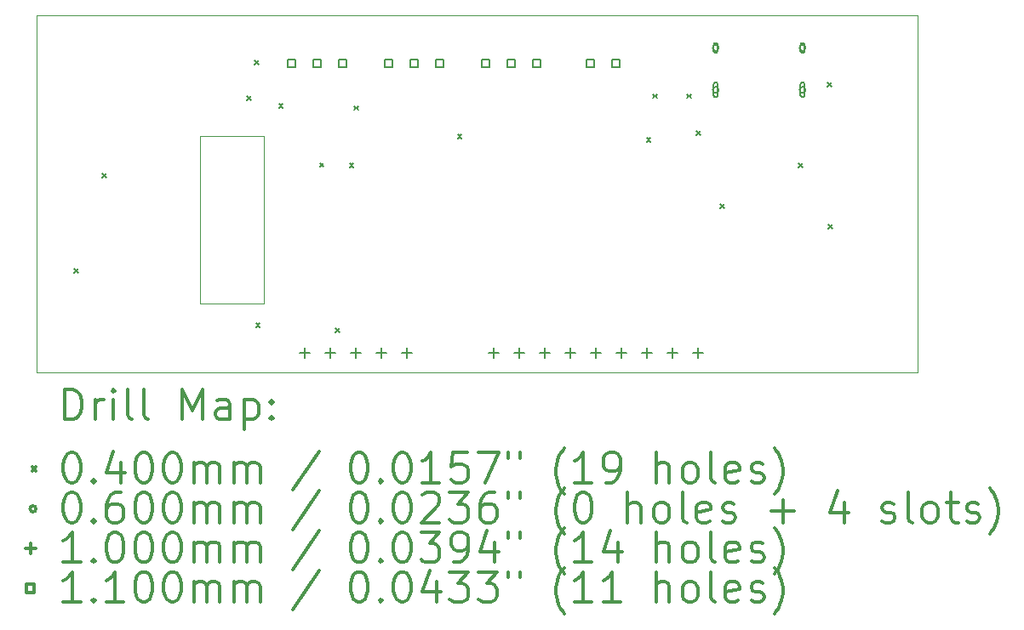
<source format=gbr>
%FSLAX45Y45*%
G04 Gerber Fmt 4.5, Leading zero omitted, Abs format (unit mm)*
G04 Created by KiCad (PCBNEW (5.1.12)-1) date 2022-06-29 22:30:33*
%MOMM*%
%LPD*%
G01*
G04 APERTURE LIST*
%TA.AperFunction,Profile*%
%ADD10C,0.100000*%
%TD*%
%ADD11C,0.200000*%
%ADD12C,0.300000*%
G04 APERTURE END LIST*
D10*
X11150600Y-10401300D02*
X11150600Y-12065000D01*
X10515600Y-10401300D02*
X11150600Y-10401300D01*
X10515600Y-12065000D02*
X10515600Y-10401300D01*
X11150600Y-12065000D02*
X10515600Y-12065000D01*
X17653000Y-9194800D02*
X17653000Y-12750800D01*
X8890000Y-9194800D02*
X17653000Y-9194800D01*
X8890000Y-12750800D02*
X8890000Y-9194800D01*
X17653000Y-12750800D02*
X8890000Y-12750800D01*
D11*
X9263700Y-11721150D02*
X9303700Y-11761150D01*
X9303700Y-11721150D02*
X9263700Y-11761150D01*
X9543100Y-10775000D02*
X9583100Y-10815000D01*
X9583100Y-10775000D02*
X9543100Y-10815000D01*
X10984550Y-10000300D02*
X11024550Y-10040300D01*
X11024550Y-10000300D02*
X10984550Y-10040300D01*
X11060750Y-9644700D02*
X11100750Y-9684700D01*
X11100750Y-9644700D02*
X11060750Y-9684700D01*
X11073450Y-12260900D02*
X11113450Y-12300900D01*
X11113450Y-12260900D02*
X11073450Y-12300900D01*
X11302050Y-10076500D02*
X11342050Y-10116500D01*
X11342050Y-10076500D02*
X11302050Y-10116500D01*
X11708450Y-10667050D02*
X11748450Y-10707050D01*
X11748450Y-10667050D02*
X11708450Y-10707050D01*
X11867200Y-12311700D02*
X11907200Y-12351700D01*
X11907200Y-12311700D02*
X11867200Y-12351700D01*
X12003800Y-10670300D02*
X12043800Y-10710300D01*
X12043800Y-10670300D02*
X12003800Y-10710300D01*
X12049351Y-10099901D02*
X12089351Y-10139901D01*
X12089351Y-10099901D02*
X12049351Y-10139901D01*
X13080050Y-10381300D02*
X13120050Y-10421300D01*
X13120050Y-10381300D02*
X13080050Y-10421300D01*
X14959650Y-10419400D02*
X14999650Y-10459400D01*
X14999650Y-10419400D02*
X14959650Y-10459400D01*
X15023150Y-9981250D02*
X15063150Y-10021250D01*
X15063150Y-9981250D02*
X15023150Y-10021250D01*
X15359700Y-9981250D02*
X15399700Y-10021250D01*
X15399700Y-9981250D02*
X15359700Y-10021250D01*
X15454950Y-10349550D02*
X15494950Y-10389550D01*
X15494950Y-10349550D02*
X15454950Y-10389550D01*
X15689900Y-11079800D02*
X15729900Y-11119800D01*
X15729900Y-11079800D02*
X15689900Y-11119800D01*
X16470950Y-10673400D02*
X16510950Y-10713400D01*
X16510950Y-10673400D02*
X16470950Y-10713400D01*
X16756700Y-9866950D02*
X16796700Y-9906950D01*
X16796700Y-9866950D02*
X16756700Y-9906950D01*
X16769400Y-11283000D02*
X16809400Y-11323000D01*
X16809400Y-11283000D02*
X16769400Y-11323000D01*
X15676200Y-9521600D02*
G75*
G03*
X15676200Y-9521600I-30000J0D01*
G01*
X15626200Y-9491600D02*
X15626200Y-9551600D01*
X15666200Y-9491600D02*
X15666200Y-9551600D01*
X15626200Y-9551600D02*
G75*
G03*
X15666200Y-9551600I20000J0D01*
G01*
X15666200Y-9491600D02*
G75*
G03*
X15626200Y-9491600I-20000J0D01*
G01*
X15676200Y-9939600D02*
G75*
G03*
X15676200Y-9939600I-30000J0D01*
G01*
X15626200Y-9884600D02*
X15626200Y-9994600D01*
X15666200Y-9884600D02*
X15666200Y-9994600D01*
X15626200Y-9994600D02*
G75*
G03*
X15666200Y-9994600I20000J0D01*
G01*
X15666200Y-9884600D02*
G75*
G03*
X15626200Y-9884600I-20000J0D01*
G01*
X16540200Y-9521600D02*
G75*
G03*
X16540200Y-9521600I-30000J0D01*
G01*
X16490200Y-9491600D02*
X16490200Y-9551600D01*
X16530200Y-9491600D02*
X16530200Y-9551600D01*
X16490200Y-9551600D02*
G75*
G03*
X16530200Y-9551600I20000J0D01*
G01*
X16530200Y-9491600D02*
G75*
G03*
X16490200Y-9491600I-20000J0D01*
G01*
X16540200Y-9939600D02*
G75*
G03*
X16540200Y-9939600I-30000J0D01*
G01*
X16490200Y-9884600D02*
X16490200Y-9994600D01*
X16530200Y-9884600D02*
X16530200Y-9994600D01*
X16490200Y-9994600D02*
G75*
G03*
X16530200Y-9994600I20000J0D01*
G01*
X16530200Y-9884600D02*
G75*
G03*
X16490200Y-9884600I-20000J0D01*
G01*
X11557000Y-12510300D02*
X11557000Y-12610300D01*
X11507000Y-12560300D02*
X11607000Y-12560300D01*
X11811000Y-12510300D02*
X11811000Y-12610300D01*
X11761000Y-12560300D02*
X11861000Y-12560300D01*
X12065000Y-12510300D02*
X12065000Y-12610300D01*
X12015000Y-12560300D02*
X12115000Y-12560300D01*
X12319000Y-12510300D02*
X12319000Y-12610300D01*
X12269000Y-12560300D02*
X12369000Y-12560300D01*
X12573000Y-12510300D02*
X12573000Y-12610300D01*
X12523000Y-12560300D02*
X12623000Y-12560300D01*
X13436600Y-12510300D02*
X13436600Y-12610300D01*
X13386600Y-12560300D02*
X13486600Y-12560300D01*
X13690600Y-12510300D02*
X13690600Y-12610300D01*
X13640600Y-12560300D02*
X13740600Y-12560300D01*
X13944600Y-12510300D02*
X13944600Y-12610300D01*
X13894600Y-12560300D02*
X13994600Y-12560300D01*
X14198600Y-12510300D02*
X14198600Y-12610300D01*
X14148600Y-12560300D02*
X14248600Y-12560300D01*
X14452600Y-12510300D02*
X14452600Y-12610300D01*
X14402600Y-12560300D02*
X14502600Y-12560300D01*
X14706600Y-12510300D02*
X14706600Y-12610300D01*
X14656600Y-12560300D02*
X14756600Y-12560300D01*
X14960600Y-12510300D02*
X14960600Y-12610300D01*
X14910600Y-12560300D02*
X15010600Y-12560300D01*
X15214600Y-12510300D02*
X15214600Y-12610300D01*
X15164600Y-12560300D02*
X15264600Y-12560300D01*
X15468600Y-12510300D02*
X15468600Y-12610300D01*
X15418600Y-12560300D02*
X15518600Y-12560300D01*
X11468891Y-9716291D02*
X11468891Y-9638509D01*
X11391109Y-9638509D01*
X11391109Y-9716291D01*
X11468891Y-9716291D01*
X11722891Y-9716291D02*
X11722891Y-9638509D01*
X11645109Y-9638509D01*
X11645109Y-9716291D01*
X11722891Y-9716291D01*
X11976891Y-9716291D02*
X11976891Y-9638509D01*
X11899109Y-9638509D01*
X11899109Y-9716291D01*
X11976891Y-9716291D01*
X12434091Y-9716291D02*
X12434091Y-9638509D01*
X12356309Y-9638509D01*
X12356309Y-9716291D01*
X12434091Y-9716291D01*
X12688091Y-9716291D02*
X12688091Y-9638509D01*
X12610309Y-9638509D01*
X12610309Y-9716291D01*
X12688091Y-9716291D01*
X12942091Y-9716291D02*
X12942091Y-9638509D01*
X12864309Y-9638509D01*
X12864309Y-9716291D01*
X12942091Y-9716291D01*
X13399291Y-9716291D02*
X13399291Y-9638509D01*
X13321509Y-9638509D01*
X13321509Y-9716291D01*
X13399291Y-9716291D01*
X13653291Y-9716291D02*
X13653291Y-9638509D01*
X13575509Y-9638509D01*
X13575509Y-9716291D01*
X13653291Y-9716291D01*
X13907291Y-9716291D02*
X13907291Y-9638509D01*
X13829509Y-9638509D01*
X13829509Y-9716291D01*
X13907291Y-9716291D01*
X14440691Y-9716291D02*
X14440691Y-9638509D01*
X14362909Y-9638509D01*
X14362909Y-9716291D01*
X14440691Y-9716291D01*
X14694691Y-9716291D02*
X14694691Y-9638509D01*
X14616909Y-9638509D01*
X14616909Y-9716291D01*
X14694691Y-9716291D01*
D12*
X9171428Y-13221514D02*
X9171428Y-12921514D01*
X9242857Y-12921514D01*
X9285714Y-12935800D01*
X9314286Y-12964371D01*
X9328571Y-12992943D01*
X9342857Y-13050086D01*
X9342857Y-13092943D01*
X9328571Y-13150086D01*
X9314286Y-13178657D01*
X9285714Y-13207229D01*
X9242857Y-13221514D01*
X9171428Y-13221514D01*
X9471428Y-13221514D02*
X9471428Y-13021514D01*
X9471428Y-13078657D02*
X9485714Y-13050086D01*
X9500000Y-13035800D01*
X9528571Y-13021514D01*
X9557143Y-13021514D01*
X9657143Y-13221514D02*
X9657143Y-13021514D01*
X9657143Y-12921514D02*
X9642857Y-12935800D01*
X9657143Y-12950086D01*
X9671428Y-12935800D01*
X9657143Y-12921514D01*
X9657143Y-12950086D01*
X9842857Y-13221514D02*
X9814286Y-13207229D01*
X9800000Y-13178657D01*
X9800000Y-12921514D01*
X10000000Y-13221514D02*
X9971428Y-13207229D01*
X9957143Y-13178657D01*
X9957143Y-12921514D01*
X10342857Y-13221514D02*
X10342857Y-12921514D01*
X10442857Y-13135800D01*
X10542857Y-12921514D01*
X10542857Y-13221514D01*
X10814286Y-13221514D02*
X10814286Y-13064371D01*
X10800000Y-13035800D01*
X10771428Y-13021514D01*
X10714286Y-13021514D01*
X10685714Y-13035800D01*
X10814286Y-13207229D02*
X10785714Y-13221514D01*
X10714286Y-13221514D01*
X10685714Y-13207229D01*
X10671428Y-13178657D01*
X10671428Y-13150086D01*
X10685714Y-13121514D01*
X10714286Y-13107229D01*
X10785714Y-13107229D01*
X10814286Y-13092943D01*
X10957143Y-13021514D02*
X10957143Y-13321514D01*
X10957143Y-13035800D02*
X10985714Y-13021514D01*
X11042857Y-13021514D01*
X11071428Y-13035800D01*
X11085714Y-13050086D01*
X11100000Y-13078657D01*
X11100000Y-13164371D01*
X11085714Y-13192943D01*
X11071428Y-13207229D01*
X11042857Y-13221514D01*
X10985714Y-13221514D01*
X10957143Y-13207229D01*
X11228571Y-13192943D02*
X11242857Y-13207229D01*
X11228571Y-13221514D01*
X11214286Y-13207229D01*
X11228571Y-13192943D01*
X11228571Y-13221514D01*
X11228571Y-13035800D02*
X11242857Y-13050086D01*
X11228571Y-13064371D01*
X11214286Y-13050086D01*
X11228571Y-13035800D01*
X11228571Y-13064371D01*
X8845000Y-13695800D02*
X8885000Y-13735800D01*
X8885000Y-13695800D02*
X8845000Y-13735800D01*
X9228571Y-13551514D02*
X9257143Y-13551514D01*
X9285714Y-13565800D01*
X9300000Y-13580086D01*
X9314286Y-13608657D01*
X9328571Y-13665800D01*
X9328571Y-13737229D01*
X9314286Y-13794371D01*
X9300000Y-13822943D01*
X9285714Y-13837229D01*
X9257143Y-13851514D01*
X9228571Y-13851514D01*
X9200000Y-13837229D01*
X9185714Y-13822943D01*
X9171428Y-13794371D01*
X9157143Y-13737229D01*
X9157143Y-13665800D01*
X9171428Y-13608657D01*
X9185714Y-13580086D01*
X9200000Y-13565800D01*
X9228571Y-13551514D01*
X9457143Y-13822943D02*
X9471428Y-13837229D01*
X9457143Y-13851514D01*
X9442857Y-13837229D01*
X9457143Y-13822943D01*
X9457143Y-13851514D01*
X9728571Y-13651514D02*
X9728571Y-13851514D01*
X9657143Y-13537229D02*
X9585714Y-13751514D01*
X9771428Y-13751514D01*
X9942857Y-13551514D02*
X9971428Y-13551514D01*
X10000000Y-13565800D01*
X10014286Y-13580086D01*
X10028571Y-13608657D01*
X10042857Y-13665800D01*
X10042857Y-13737229D01*
X10028571Y-13794371D01*
X10014286Y-13822943D01*
X10000000Y-13837229D01*
X9971428Y-13851514D01*
X9942857Y-13851514D01*
X9914286Y-13837229D01*
X9900000Y-13822943D01*
X9885714Y-13794371D01*
X9871428Y-13737229D01*
X9871428Y-13665800D01*
X9885714Y-13608657D01*
X9900000Y-13580086D01*
X9914286Y-13565800D01*
X9942857Y-13551514D01*
X10228571Y-13551514D02*
X10257143Y-13551514D01*
X10285714Y-13565800D01*
X10300000Y-13580086D01*
X10314286Y-13608657D01*
X10328571Y-13665800D01*
X10328571Y-13737229D01*
X10314286Y-13794371D01*
X10300000Y-13822943D01*
X10285714Y-13837229D01*
X10257143Y-13851514D01*
X10228571Y-13851514D01*
X10200000Y-13837229D01*
X10185714Y-13822943D01*
X10171428Y-13794371D01*
X10157143Y-13737229D01*
X10157143Y-13665800D01*
X10171428Y-13608657D01*
X10185714Y-13580086D01*
X10200000Y-13565800D01*
X10228571Y-13551514D01*
X10457143Y-13851514D02*
X10457143Y-13651514D01*
X10457143Y-13680086D02*
X10471428Y-13665800D01*
X10500000Y-13651514D01*
X10542857Y-13651514D01*
X10571428Y-13665800D01*
X10585714Y-13694371D01*
X10585714Y-13851514D01*
X10585714Y-13694371D02*
X10600000Y-13665800D01*
X10628571Y-13651514D01*
X10671428Y-13651514D01*
X10700000Y-13665800D01*
X10714286Y-13694371D01*
X10714286Y-13851514D01*
X10857143Y-13851514D02*
X10857143Y-13651514D01*
X10857143Y-13680086D02*
X10871428Y-13665800D01*
X10900000Y-13651514D01*
X10942857Y-13651514D01*
X10971428Y-13665800D01*
X10985714Y-13694371D01*
X10985714Y-13851514D01*
X10985714Y-13694371D02*
X11000000Y-13665800D01*
X11028571Y-13651514D01*
X11071428Y-13651514D01*
X11100000Y-13665800D01*
X11114286Y-13694371D01*
X11114286Y-13851514D01*
X11700000Y-13537229D02*
X11442857Y-13922943D01*
X12085714Y-13551514D02*
X12114286Y-13551514D01*
X12142857Y-13565800D01*
X12157143Y-13580086D01*
X12171428Y-13608657D01*
X12185714Y-13665800D01*
X12185714Y-13737229D01*
X12171428Y-13794371D01*
X12157143Y-13822943D01*
X12142857Y-13837229D01*
X12114286Y-13851514D01*
X12085714Y-13851514D01*
X12057143Y-13837229D01*
X12042857Y-13822943D01*
X12028571Y-13794371D01*
X12014286Y-13737229D01*
X12014286Y-13665800D01*
X12028571Y-13608657D01*
X12042857Y-13580086D01*
X12057143Y-13565800D01*
X12085714Y-13551514D01*
X12314286Y-13822943D02*
X12328571Y-13837229D01*
X12314286Y-13851514D01*
X12300000Y-13837229D01*
X12314286Y-13822943D01*
X12314286Y-13851514D01*
X12514286Y-13551514D02*
X12542857Y-13551514D01*
X12571428Y-13565800D01*
X12585714Y-13580086D01*
X12600000Y-13608657D01*
X12614286Y-13665800D01*
X12614286Y-13737229D01*
X12600000Y-13794371D01*
X12585714Y-13822943D01*
X12571428Y-13837229D01*
X12542857Y-13851514D01*
X12514286Y-13851514D01*
X12485714Y-13837229D01*
X12471428Y-13822943D01*
X12457143Y-13794371D01*
X12442857Y-13737229D01*
X12442857Y-13665800D01*
X12457143Y-13608657D01*
X12471428Y-13580086D01*
X12485714Y-13565800D01*
X12514286Y-13551514D01*
X12900000Y-13851514D02*
X12728571Y-13851514D01*
X12814286Y-13851514D02*
X12814286Y-13551514D01*
X12785714Y-13594371D01*
X12757143Y-13622943D01*
X12728571Y-13637229D01*
X13171428Y-13551514D02*
X13028571Y-13551514D01*
X13014286Y-13694371D01*
X13028571Y-13680086D01*
X13057143Y-13665800D01*
X13128571Y-13665800D01*
X13157143Y-13680086D01*
X13171428Y-13694371D01*
X13185714Y-13722943D01*
X13185714Y-13794371D01*
X13171428Y-13822943D01*
X13157143Y-13837229D01*
X13128571Y-13851514D01*
X13057143Y-13851514D01*
X13028571Y-13837229D01*
X13014286Y-13822943D01*
X13285714Y-13551514D02*
X13485714Y-13551514D01*
X13357143Y-13851514D01*
X13585714Y-13551514D02*
X13585714Y-13608657D01*
X13700000Y-13551514D02*
X13700000Y-13608657D01*
X14142857Y-13965800D02*
X14128571Y-13951514D01*
X14100000Y-13908657D01*
X14085714Y-13880086D01*
X14071428Y-13837229D01*
X14057143Y-13765800D01*
X14057143Y-13708657D01*
X14071428Y-13637229D01*
X14085714Y-13594371D01*
X14100000Y-13565800D01*
X14128571Y-13522943D01*
X14142857Y-13508657D01*
X14414286Y-13851514D02*
X14242857Y-13851514D01*
X14328571Y-13851514D02*
X14328571Y-13551514D01*
X14300000Y-13594371D01*
X14271428Y-13622943D01*
X14242857Y-13637229D01*
X14557143Y-13851514D02*
X14614286Y-13851514D01*
X14642857Y-13837229D01*
X14657143Y-13822943D01*
X14685714Y-13780086D01*
X14700000Y-13722943D01*
X14700000Y-13608657D01*
X14685714Y-13580086D01*
X14671428Y-13565800D01*
X14642857Y-13551514D01*
X14585714Y-13551514D01*
X14557143Y-13565800D01*
X14542857Y-13580086D01*
X14528571Y-13608657D01*
X14528571Y-13680086D01*
X14542857Y-13708657D01*
X14557143Y-13722943D01*
X14585714Y-13737229D01*
X14642857Y-13737229D01*
X14671428Y-13722943D01*
X14685714Y-13708657D01*
X14700000Y-13680086D01*
X15057143Y-13851514D02*
X15057143Y-13551514D01*
X15185714Y-13851514D02*
X15185714Y-13694371D01*
X15171428Y-13665800D01*
X15142857Y-13651514D01*
X15100000Y-13651514D01*
X15071428Y-13665800D01*
X15057143Y-13680086D01*
X15371428Y-13851514D02*
X15342857Y-13837229D01*
X15328571Y-13822943D01*
X15314286Y-13794371D01*
X15314286Y-13708657D01*
X15328571Y-13680086D01*
X15342857Y-13665800D01*
X15371428Y-13651514D01*
X15414286Y-13651514D01*
X15442857Y-13665800D01*
X15457143Y-13680086D01*
X15471428Y-13708657D01*
X15471428Y-13794371D01*
X15457143Y-13822943D01*
X15442857Y-13837229D01*
X15414286Y-13851514D01*
X15371428Y-13851514D01*
X15642857Y-13851514D02*
X15614286Y-13837229D01*
X15600000Y-13808657D01*
X15600000Y-13551514D01*
X15871428Y-13837229D02*
X15842857Y-13851514D01*
X15785714Y-13851514D01*
X15757143Y-13837229D01*
X15742857Y-13808657D01*
X15742857Y-13694371D01*
X15757143Y-13665800D01*
X15785714Y-13651514D01*
X15842857Y-13651514D01*
X15871428Y-13665800D01*
X15885714Y-13694371D01*
X15885714Y-13722943D01*
X15742857Y-13751514D01*
X16000000Y-13837229D02*
X16028571Y-13851514D01*
X16085714Y-13851514D01*
X16114286Y-13837229D01*
X16128571Y-13808657D01*
X16128571Y-13794371D01*
X16114286Y-13765800D01*
X16085714Y-13751514D01*
X16042857Y-13751514D01*
X16014286Y-13737229D01*
X16000000Y-13708657D01*
X16000000Y-13694371D01*
X16014286Y-13665800D01*
X16042857Y-13651514D01*
X16085714Y-13651514D01*
X16114286Y-13665800D01*
X16228571Y-13965800D02*
X16242857Y-13951514D01*
X16271428Y-13908657D01*
X16285714Y-13880086D01*
X16300000Y-13837229D01*
X16314286Y-13765800D01*
X16314286Y-13708657D01*
X16300000Y-13637229D01*
X16285714Y-13594371D01*
X16271428Y-13565800D01*
X16242857Y-13522943D01*
X16228571Y-13508657D01*
X8885000Y-14111800D02*
G75*
G03*
X8885000Y-14111800I-30000J0D01*
G01*
X9228571Y-13947514D02*
X9257143Y-13947514D01*
X9285714Y-13961800D01*
X9300000Y-13976086D01*
X9314286Y-14004657D01*
X9328571Y-14061800D01*
X9328571Y-14133229D01*
X9314286Y-14190371D01*
X9300000Y-14218943D01*
X9285714Y-14233229D01*
X9257143Y-14247514D01*
X9228571Y-14247514D01*
X9200000Y-14233229D01*
X9185714Y-14218943D01*
X9171428Y-14190371D01*
X9157143Y-14133229D01*
X9157143Y-14061800D01*
X9171428Y-14004657D01*
X9185714Y-13976086D01*
X9200000Y-13961800D01*
X9228571Y-13947514D01*
X9457143Y-14218943D02*
X9471428Y-14233229D01*
X9457143Y-14247514D01*
X9442857Y-14233229D01*
X9457143Y-14218943D01*
X9457143Y-14247514D01*
X9728571Y-13947514D02*
X9671428Y-13947514D01*
X9642857Y-13961800D01*
X9628571Y-13976086D01*
X9600000Y-14018943D01*
X9585714Y-14076086D01*
X9585714Y-14190371D01*
X9600000Y-14218943D01*
X9614286Y-14233229D01*
X9642857Y-14247514D01*
X9700000Y-14247514D01*
X9728571Y-14233229D01*
X9742857Y-14218943D01*
X9757143Y-14190371D01*
X9757143Y-14118943D01*
X9742857Y-14090371D01*
X9728571Y-14076086D01*
X9700000Y-14061800D01*
X9642857Y-14061800D01*
X9614286Y-14076086D01*
X9600000Y-14090371D01*
X9585714Y-14118943D01*
X9942857Y-13947514D02*
X9971428Y-13947514D01*
X10000000Y-13961800D01*
X10014286Y-13976086D01*
X10028571Y-14004657D01*
X10042857Y-14061800D01*
X10042857Y-14133229D01*
X10028571Y-14190371D01*
X10014286Y-14218943D01*
X10000000Y-14233229D01*
X9971428Y-14247514D01*
X9942857Y-14247514D01*
X9914286Y-14233229D01*
X9900000Y-14218943D01*
X9885714Y-14190371D01*
X9871428Y-14133229D01*
X9871428Y-14061800D01*
X9885714Y-14004657D01*
X9900000Y-13976086D01*
X9914286Y-13961800D01*
X9942857Y-13947514D01*
X10228571Y-13947514D02*
X10257143Y-13947514D01*
X10285714Y-13961800D01*
X10300000Y-13976086D01*
X10314286Y-14004657D01*
X10328571Y-14061800D01*
X10328571Y-14133229D01*
X10314286Y-14190371D01*
X10300000Y-14218943D01*
X10285714Y-14233229D01*
X10257143Y-14247514D01*
X10228571Y-14247514D01*
X10200000Y-14233229D01*
X10185714Y-14218943D01*
X10171428Y-14190371D01*
X10157143Y-14133229D01*
X10157143Y-14061800D01*
X10171428Y-14004657D01*
X10185714Y-13976086D01*
X10200000Y-13961800D01*
X10228571Y-13947514D01*
X10457143Y-14247514D02*
X10457143Y-14047514D01*
X10457143Y-14076086D02*
X10471428Y-14061800D01*
X10500000Y-14047514D01*
X10542857Y-14047514D01*
X10571428Y-14061800D01*
X10585714Y-14090371D01*
X10585714Y-14247514D01*
X10585714Y-14090371D02*
X10600000Y-14061800D01*
X10628571Y-14047514D01*
X10671428Y-14047514D01*
X10700000Y-14061800D01*
X10714286Y-14090371D01*
X10714286Y-14247514D01*
X10857143Y-14247514D02*
X10857143Y-14047514D01*
X10857143Y-14076086D02*
X10871428Y-14061800D01*
X10900000Y-14047514D01*
X10942857Y-14047514D01*
X10971428Y-14061800D01*
X10985714Y-14090371D01*
X10985714Y-14247514D01*
X10985714Y-14090371D02*
X11000000Y-14061800D01*
X11028571Y-14047514D01*
X11071428Y-14047514D01*
X11100000Y-14061800D01*
X11114286Y-14090371D01*
X11114286Y-14247514D01*
X11700000Y-13933229D02*
X11442857Y-14318943D01*
X12085714Y-13947514D02*
X12114286Y-13947514D01*
X12142857Y-13961800D01*
X12157143Y-13976086D01*
X12171428Y-14004657D01*
X12185714Y-14061800D01*
X12185714Y-14133229D01*
X12171428Y-14190371D01*
X12157143Y-14218943D01*
X12142857Y-14233229D01*
X12114286Y-14247514D01*
X12085714Y-14247514D01*
X12057143Y-14233229D01*
X12042857Y-14218943D01*
X12028571Y-14190371D01*
X12014286Y-14133229D01*
X12014286Y-14061800D01*
X12028571Y-14004657D01*
X12042857Y-13976086D01*
X12057143Y-13961800D01*
X12085714Y-13947514D01*
X12314286Y-14218943D02*
X12328571Y-14233229D01*
X12314286Y-14247514D01*
X12300000Y-14233229D01*
X12314286Y-14218943D01*
X12314286Y-14247514D01*
X12514286Y-13947514D02*
X12542857Y-13947514D01*
X12571428Y-13961800D01*
X12585714Y-13976086D01*
X12600000Y-14004657D01*
X12614286Y-14061800D01*
X12614286Y-14133229D01*
X12600000Y-14190371D01*
X12585714Y-14218943D01*
X12571428Y-14233229D01*
X12542857Y-14247514D01*
X12514286Y-14247514D01*
X12485714Y-14233229D01*
X12471428Y-14218943D01*
X12457143Y-14190371D01*
X12442857Y-14133229D01*
X12442857Y-14061800D01*
X12457143Y-14004657D01*
X12471428Y-13976086D01*
X12485714Y-13961800D01*
X12514286Y-13947514D01*
X12728571Y-13976086D02*
X12742857Y-13961800D01*
X12771428Y-13947514D01*
X12842857Y-13947514D01*
X12871428Y-13961800D01*
X12885714Y-13976086D01*
X12900000Y-14004657D01*
X12900000Y-14033229D01*
X12885714Y-14076086D01*
X12714286Y-14247514D01*
X12900000Y-14247514D01*
X13000000Y-13947514D02*
X13185714Y-13947514D01*
X13085714Y-14061800D01*
X13128571Y-14061800D01*
X13157143Y-14076086D01*
X13171428Y-14090371D01*
X13185714Y-14118943D01*
X13185714Y-14190371D01*
X13171428Y-14218943D01*
X13157143Y-14233229D01*
X13128571Y-14247514D01*
X13042857Y-14247514D01*
X13014286Y-14233229D01*
X13000000Y-14218943D01*
X13442857Y-13947514D02*
X13385714Y-13947514D01*
X13357143Y-13961800D01*
X13342857Y-13976086D01*
X13314286Y-14018943D01*
X13300000Y-14076086D01*
X13300000Y-14190371D01*
X13314286Y-14218943D01*
X13328571Y-14233229D01*
X13357143Y-14247514D01*
X13414286Y-14247514D01*
X13442857Y-14233229D01*
X13457143Y-14218943D01*
X13471428Y-14190371D01*
X13471428Y-14118943D01*
X13457143Y-14090371D01*
X13442857Y-14076086D01*
X13414286Y-14061800D01*
X13357143Y-14061800D01*
X13328571Y-14076086D01*
X13314286Y-14090371D01*
X13300000Y-14118943D01*
X13585714Y-13947514D02*
X13585714Y-14004657D01*
X13700000Y-13947514D02*
X13700000Y-14004657D01*
X14142857Y-14361800D02*
X14128571Y-14347514D01*
X14100000Y-14304657D01*
X14085714Y-14276086D01*
X14071428Y-14233229D01*
X14057143Y-14161800D01*
X14057143Y-14104657D01*
X14071428Y-14033229D01*
X14085714Y-13990371D01*
X14100000Y-13961800D01*
X14128571Y-13918943D01*
X14142857Y-13904657D01*
X14314286Y-13947514D02*
X14342857Y-13947514D01*
X14371428Y-13961800D01*
X14385714Y-13976086D01*
X14400000Y-14004657D01*
X14414286Y-14061800D01*
X14414286Y-14133229D01*
X14400000Y-14190371D01*
X14385714Y-14218943D01*
X14371428Y-14233229D01*
X14342857Y-14247514D01*
X14314286Y-14247514D01*
X14285714Y-14233229D01*
X14271428Y-14218943D01*
X14257143Y-14190371D01*
X14242857Y-14133229D01*
X14242857Y-14061800D01*
X14257143Y-14004657D01*
X14271428Y-13976086D01*
X14285714Y-13961800D01*
X14314286Y-13947514D01*
X14771428Y-14247514D02*
X14771428Y-13947514D01*
X14900000Y-14247514D02*
X14900000Y-14090371D01*
X14885714Y-14061800D01*
X14857143Y-14047514D01*
X14814286Y-14047514D01*
X14785714Y-14061800D01*
X14771428Y-14076086D01*
X15085714Y-14247514D02*
X15057143Y-14233229D01*
X15042857Y-14218943D01*
X15028571Y-14190371D01*
X15028571Y-14104657D01*
X15042857Y-14076086D01*
X15057143Y-14061800D01*
X15085714Y-14047514D01*
X15128571Y-14047514D01*
X15157143Y-14061800D01*
X15171428Y-14076086D01*
X15185714Y-14104657D01*
X15185714Y-14190371D01*
X15171428Y-14218943D01*
X15157143Y-14233229D01*
X15128571Y-14247514D01*
X15085714Y-14247514D01*
X15357143Y-14247514D02*
X15328571Y-14233229D01*
X15314286Y-14204657D01*
X15314286Y-13947514D01*
X15585714Y-14233229D02*
X15557143Y-14247514D01*
X15500000Y-14247514D01*
X15471428Y-14233229D01*
X15457143Y-14204657D01*
X15457143Y-14090371D01*
X15471428Y-14061800D01*
X15500000Y-14047514D01*
X15557143Y-14047514D01*
X15585714Y-14061800D01*
X15600000Y-14090371D01*
X15600000Y-14118943D01*
X15457143Y-14147514D01*
X15714286Y-14233229D02*
X15742857Y-14247514D01*
X15800000Y-14247514D01*
X15828571Y-14233229D01*
X15842857Y-14204657D01*
X15842857Y-14190371D01*
X15828571Y-14161800D01*
X15800000Y-14147514D01*
X15757143Y-14147514D01*
X15728571Y-14133229D01*
X15714286Y-14104657D01*
X15714286Y-14090371D01*
X15728571Y-14061800D01*
X15757143Y-14047514D01*
X15800000Y-14047514D01*
X15828571Y-14061800D01*
X16200000Y-14133229D02*
X16428571Y-14133229D01*
X16314286Y-14247514D02*
X16314286Y-14018943D01*
X16928571Y-14047514D02*
X16928571Y-14247514D01*
X16857143Y-13933229D02*
X16785714Y-14147514D01*
X16971428Y-14147514D01*
X17300000Y-14233229D02*
X17328571Y-14247514D01*
X17385714Y-14247514D01*
X17414286Y-14233229D01*
X17428571Y-14204657D01*
X17428571Y-14190371D01*
X17414286Y-14161800D01*
X17385714Y-14147514D01*
X17342857Y-14147514D01*
X17314286Y-14133229D01*
X17300000Y-14104657D01*
X17300000Y-14090371D01*
X17314286Y-14061800D01*
X17342857Y-14047514D01*
X17385714Y-14047514D01*
X17414286Y-14061800D01*
X17600000Y-14247514D02*
X17571428Y-14233229D01*
X17557143Y-14204657D01*
X17557143Y-13947514D01*
X17757143Y-14247514D02*
X17728571Y-14233229D01*
X17714286Y-14218943D01*
X17700000Y-14190371D01*
X17700000Y-14104657D01*
X17714286Y-14076086D01*
X17728571Y-14061800D01*
X17757143Y-14047514D01*
X17800000Y-14047514D01*
X17828571Y-14061800D01*
X17842857Y-14076086D01*
X17857143Y-14104657D01*
X17857143Y-14190371D01*
X17842857Y-14218943D01*
X17828571Y-14233229D01*
X17800000Y-14247514D01*
X17757143Y-14247514D01*
X17942857Y-14047514D02*
X18057143Y-14047514D01*
X17985714Y-13947514D02*
X17985714Y-14204657D01*
X18000000Y-14233229D01*
X18028571Y-14247514D01*
X18057143Y-14247514D01*
X18142857Y-14233229D02*
X18171428Y-14247514D01*
X18228571Y-14247514D01*
X18257143Y-14233229D01*
X18271428Y-14204657D01*
X18271428Y-14190371D01*
X18257143Y-14161800D01*
X18228571Y-14147514D01*
X18185714Y-14147514D01*
X18157143Y-14133229D01*
X18142857Y-14104657D01*
X18142857Y-14090371D01*
X18157143Y-14061800D01*
X18185714Y-14047514D01*
X18228571Y-14047514D01*
X18257143Y-14061800D01*
X18371428Y-14361800D02*
X18385714Y-14347514D01*
X18414286Y-14304657D01*
X18428571Y-14276086D01*
X18442857Y-14233229D01*
X18457143Y-14161800D01*
X18457143Y-14104657D01*
X18442857Y-14033229D01*
X18428571Y-13990371D01*
X18414286Y-13961800D01*
X18385714Y-13918943D01*
X18371428Y-13904657D01*
X8835000Y-14457800D02*
X8835000Y-14557800D01*
X8785000Y-14507800D02*
X8885000Y-14507800D01*
X9328571Y-14643514D02*
X9157143Y-14643514D01*
X9242857Y-14643514D02*
X9242857Y-14343514D01*
X9214286Y-14386371D01*
X9185714Y-14414943D01*
X9157143Y-14429229D01*
X9457143Y-14614943D02*
X9471428Y-14629229D01*
X9457143Y-14643514D01*
X9442857Y-14629229D01*
X9457143Y-14614943D01*
X9457143Y-14643514D01*
X9657143Y-14343514D02*
X9685714Y-14343514D01*
X9714286Y-14357800D01*
X9728571Y-14372086D01*
X9742857Y-14400657D01*
X9757143Y-14457800D01*
X9757143Y-14529229D01*
X9742857Y-14586371D01*
X9728571Y-14614943D01*
X9714286Y-14629229D01*
X9685714Y-14643514D01*
X9657143Y-14643514D01*
X9628571Y-14629229D01*
X9614286Y-14614943D01*
X9600000Y-14586371D01*
X9585714Y-14529229D01*
X9585714Y-14457800D01*
X9600000Y-14400657D01*
X9614286Y-14372086D01*
X9628571Y-14357800D01*
X9657143Y-14343514D01*
X9942857Y-14343514D02*
X9971428Y-14343514D01*
X10000000Y-14357800D01*
X10014286Y-14372086D01*
X10028571Y-14400657D01*
X10042857Y-14457800D01*
X10042857Y-14529229D01*
X10028571Y-14586371D01*
X10014286Y-14614943D01*
X10000000Y-14629229D01*
X9971428Y-14643514D01*
X9942857Y-14643514D01*
X9914286Y-14629229D01*
X9900000Y-14614943D01*
X9885714Y-14586371D01*
X9871428Y-14529229D01*
X9871428Y-14457800D01*
X9885714Y-14400657D01*
X9900000Y-14372086D01*
X9914286Y-14357800D01*
X9942857Y-14343514D01*
X10228571Y-14343514D02*
X10257143Y-14343514D01*
X10285714Y-14357800D01*
X10300000Y-14372086D01*
X10314286Y-14400657D01*
X10328571Y-14457800D01*
X10328571Y-14529229D01*
X10314286Y-14586371D01*
X10300000Y-14614943D01*
X10285714Y-14629229D01*
X10257143Y-14643514D01*
X10228571Y-14643514D01*
X10200000Y-14629229D01*
X10185714Y-14614943D01*
X10171428Y-14586371D01*
X10157143Y-14529229D01*
X10157143Y-14457800D01*
X10171428Y-14400657D01*
X10185714Y-14372086D01*
X10200000Y-14357800D01*
X10228571Y-14343514D01*
X10457143Y-14643514D02*
X10457143Y-14443514D01*
X10457143Y-14472086D02*
X10471428Y-14457800D01*
X10500000Y-14443514D01*
X10542857Y-14443514D01*
X10571428Y-14457800D01*
X10585714Y-14486371D01*
X10585714Y-14643514D01*
X10585714Y-14486371D02*
X10600000Y-14457800D01*
X10628571Y-14443514D01*
X10671428Y-14443514D01*
X10700000Y-14457800D01*
X10714286Y-14486371D01*
X10714286Y-14643514D01*
X10857143Y-14643514D02*
X10857143Y-14443514D01*
X10857143Y-14472086D02*
X10871428Y-14457800D01*
X10900000Y-14443514D01*
X10942857Y-14443514D01*
X10971428Y-14457800D01*
X10985714Y-14486371D01*
X10985714Y-14643514D01*
X10985714Y-14486371D02*
X11000000Y-14457800D01*
X11028571Y-14443514D01*
X11071428Y-14443514D01*
X11100000Y-14457800D01*
X11114286Y-14486371D01*
X11114286Y-14643514D01*
X11700000Y-14329229D02*
X11442857Y-14714943D01*
X12085714Y-14343514D02*
X12114286Y-14343514D01*
X12142857Y-14357800D01*
X12157143Y-14372086D01*
X12171428Y-14400657D01*
X12185714Y-14457800D01*
X12185714Y-14529229D01*
X12171428Y-14586371D01*
X12157143Y-14614943D01*
X12142857Y-14629229D01*
X12114286Y-14643514D01*
X12085714Y-14643514D01*
X12057143Y-14629229D01*
X12042857Y-14614943D01*
X12028571Y-14586371D01*
X12014286Y-14529229D01*
X12014286Y-14457800D01*
X12028571Y-14400657D01*
X12042857Y-14372086D01*
X12057143Y-14357800D01*
X12085714Y-14343514D01*
X12314286Y-14614943D02*
X12328571Y-14629229D01*
X12314286Y-14643514D01*
X12300000Y-14629229D01*
X12314286Y-14614943D01*
X12314286Y-14643514D01*
X12514286Y-14343514D02*
X12542857Y-14343514D01*
X12571428Y-14357800D01*
X12585714Y-14372086D01*
X12600000Y-14400657D01*
X12614286Y-14457800D01*
X12614286Y-14529229D01*
X12600000Y-14586371D01*
X12585714Y-14614943D01*
X12571428Y-14629229D01*
X12542857Y-14643514D01*
X12514286Y-14643514D01*
X12485714Y-14629229D01*
X12471428Y-14614943D01*
X12457143Y-14586371D01*
X12442857Y-14529229D01*
X12442857Y-14457800D01*
X12457143Y-14400657D01*
X12471428Y-14372086D01*
X12485714Y-14357800D01*
X12514286Y-14343514D01*
X12714286Y-14343514D02*
X12900000Y-14343514D01*
X12800000Y-14457800D01*
X12842857Y-14457800D01*
X12871428Y-14472086D01*
X12885714Y-14486371D01*
X12900000Y-14514943D01*
X12900000Y-14586371D01*
X12885714Y-14614943D01*
X12871428Y-14629229D01*
X12842857Y-14643514D01*
X12757143Y-14643514D01*
X12728571Y-14629229D01*
X12714286Y-14614943D01*
X13042857Y-14643514D02*
X13100000Y-14643514D01*
X13128571Y-14629229D01*
X13142857Y-14614943D01*
X13171428Y-14572086D01*
X13185714Y-14514943D01*
X13185714Y-14400657D01*
X13171428Y-14372086D01*
X13157143Y-14357800D01*
X13128571Y-14343514D01*
X13071428Y-14343514D01*
X13042857Y-14357800D01*
X13028571Y-14372086D01*
X13014286Y-14400657D01*
X13014286Y-14472086D01*
X13028571Y-14500657D01*
X13042857Y-14514943D01*
X13071428Y-14529229D01*
X13128571Y-14529229D01*
X13157143Y-14514943D01*
X13171428Y-14500657D01*
X13185714Y-14472086D01*
X13442857Y-14443514D02*
X13442857Y-14643514D01*
X13371428Y-14329229D02*
X13300000Y-14543514D01*
X13485714Y-14543514D01*
X13585714Y-14343514D02*
X13585714Y-14400657D01*
X13700000Y-14343514D02*
X13700000Y-14400657D01*
X14142857Y-14757800D02*
X14128571Y-14743514D01*
X14100000Y-14700657D01*
X14085714Y-14672086D01*
X14071428Y-14629229D01*
X14057143Y-14557800D01*
X14057143Y-14500657D01*
X14071428Y-14429229D01*
X14085714Y-14386371D01*
X14100000Y-14357800D01*
X14128571Y-14314943D01*
X14142857Y-14300657D01*
X14414286Y-14643514D02*
X14242857Y-14643514D01*
X14328571Y-14643514D02*
X14328571Y-14343514D01*
X14300000Y-14386371D01*
X14271428Y-14414943D01*
X14242857Y-14429229D01*
X14671428Y-14443514D02*
X14671428Y-14643514D01*
X14600000Y-14329229D02*
X14528571Y-14543514D01*
X14714286Y-14543514D01*
X15057143Y-14643514D02*
X15057143Y-14343514D01*
X15185714Y-14643514D02*
X15185714Y-14486371D01*
X15171428Y-14457800D01*
X15142857Y-14443514D01*
X15100000Y-14443514D01*
X15071428Y-14457800D01*
X15057143Y-14472086D01*
X15371428Y-14643514D02*
X15342857Y-14629229D01*
X15328571Y-14614943D01*
X15314286Y-14586371D01*
X15314286Y-14500657D01*
X15328571Y-14472086D01*
X15342857Y-14457800D01*
X15371428Y-14443514D01*
X15414286Y-14443514D01*
X15442857Y-14457800D01*
X15457143Y-14472086D01*
X15471428Y-14500657D01*
X15471428Y-14586371D01*
X15457143Y-14614943D01*
X15442857Y-14629229D01*
X15414286Y-14643514D01*
X15371428Y-14643514D01*
X15642857Y-14643514D02*
X15614286Y-14629229D01*
X15600000Y-14600657D01*
X15600000Y-14343514D01*
X15871428Y-14629229D02*
X15842857Y-14643514D01*
X15785714Y-14643514D01*
X15757143Y-14629229D01*
X15742857Y-14600657D01*
X15742857Y-14486371D01*
X15757143Y-14457800D01*
X15785714Y-14443514D01*
X15842857Y-14443514D01*
X15871428Y-14457800D01*
X15885714Y-14486371D01*
X15885714Y-14514943D01*
X15742857Y-14543514D01*
X16000000Y-14629229D02*
X16028571Y-14643514D01*
X16085714Y-14643514D01*
X16114286Y-14629229D01*
X16128571Y-14600657D01*
X16128571Y-14586371D01*
X16114286Y-14557800D01*
X16085714Y-14543514D01*
X16042857Y-14543514D01*
X16014286Y-14529229D01*
X16000000Y-14500657D01*
X16000000Y-14486371D01*
X16014286Y-14457800D01*
X16042857Y-14443514D01*
X16085714Y-14443514D01*
X16114286Y-14457800D01*
X16228571Y-14757800D02*
X16242857Y-14743514D01*
X16271428Y-14700657D01*
X16285714Y-14672086D01*
X16300000Y-14629229D01*
X16314286Y-14557800D01*
X16314286Y-14500657D01*
X16300000Y-14429229D01*
X16285714Y-14386371D01*
X16271428Y-14357800D01*
X16242857Y-14314943D01*
X16228571Y-14300657D01*
X8868891Y-14942691D02*
X8868891Y-14864909D01*
X8791109Y-14864909D01*
X8791109Y-14942691D01*
X8868891Y-14942691D01*
X9328571Y-15039514D02*
X9157143Y-15039514D01*
X9242857Y-15039514D02*
X9242857Y-14739514D01*
X9214286Y-14782371D01*
X9185714Y-14810943D01*
X9157143Y-14825229D01*
X9457143Y-15010943D02*
X9471428Y-15025229D01*
X9457143Y-15039514D01*
X9442857Y-15025229D01*
X9457143Y-15010943D01*
X9457143Y-15039514D01*
X9757143Y-15039514D02*
X9585714Y-15039514D01*
X9671428Y-15039514D02*
X9671428Y-14739514D01*
X9642857Y-14782371D01*
X9614286Y-14810943D01*
X9585714Y-14825229D01*
X9942857Y-14739514D02*
X9971428Y-14739514D01*
X10000000Y-14753800D01*
X10014286Y-14768086D01*
X10028571Y-14796657D01*
X10042857Y-14853800D01*
X10042857Y-14925229D01*
X10028571Y-14982371D01*
X10014286Y-15010943D01*
X10000000Y-15025229D01*
X9971428Y-15039514D01*
X9942857Y-15039514D01*
X9914286Y-15025229D01*
X9900000Y-15010943D01*
X9885714Y-14982371D01*
X9871428Y-14925229D01*
X9871428Y-14853800D01*
X9885714Y-14796657D01*
X9900000Y-14768086D01*
X9914286Y-14753800D01*
X9942857Y-14739514D01*
X10228571Y-14739514D02*
X10257143Y-14739514D01*
X10285714Y-14753800D01*
X10300000Y-14768086D01*
X10314286Y-14796657D01*
X10328571Y-14853800D01*
X10328571Y-14925229D01*
X10314286Y-14982371D01*
X10300000Y-15010943D01*
X10285714Y-15025229D01*
X10257143Y-15039514D01*
X10228571Y-15039514D01*
X10200000Y-15025229D01*
X10185714Y-15010943D01*
X10171428Y-14982371D01*
X10157143Y-14925229D01*
X10157143Y-14853800D01*
X10171428Y-14796657D01*
X10185714Y-14768086D01*
X10200000Y-14753800D01*
X10228571Y-14739514D01*
X10457143Y-15039514D02*
X10457143Y-14839514D01*
X10457143Y-14868086D02*
X10471428Y-14853800D01*
X10500000Y-14839514D01*
X10542857Y-14839514D01*
X10571428Y-14853800D01*
X10585714Y-14882371D01*
X10585714Y-15039514D01*
X10585714Y-14882371D02*
X10600000Y-14853800D01*
X10628571Y-14839514D01*
X10671428Y-14839514D01*
X10700000Y-14853800D01*
X10714286Y-14882371D01*
X10714286Y-15039514D01*
X10857143Y-15039514D02*
X10857143Y-14839514D01*
X10857143Y-14868086D02*
X10871428Y-14853800D01*
X10900000Y-14839514D01*
X10942857Y-14839514D01*
X10971428Y-14853800D01*
X10985714Y-14882371D01*
X10985714Y-15039514D01*
X10985714Y-14882371D02*
X11000000Y-14853800D01*
X11028571Y-14839514D01*
X11071428Y-14839514D01*
X11100000Y-14853800D01*
X11114286Y-14882371D01*
X11114286Y-15039514D01*
X11700000Y-14725229D02*
X11442857Y-15110943D01*
X12085714Y-14739514D02*
X12114286Y-14739514D01*
X12142857Y-14753800D01*
X12157143Y-14768086D01*
X12171428Y-14796657D01*
X12185714Y-14853800D01*
X12185714Y-14925229D01*
X12171428Y-14982371D01*
X12157143Y-15010943D01*
X12142857Y-15025229D01*
X12114286Y-15039514D01*
X12085714Y-15039514D01*
X12057143Y-15025229D01*
X12042857Y-15010943D01*
X12028571Y-14982371D01*
X12014286Y-14925229D01*
X12014286Y-14853800D01*
X12028571Y-14796657D01*
X12042857Y-14768086D01*
X12057143Y-14753800D01*
X12085714Y-14739514D01*
X12314286Y-15010943D02*
X12328571Y-15025229D01*
X12314286Y-15039514D01*
X12300000Y-15025229D01*
X12314286Y-15010943D01*
X12314286Y-15039514D01*
X12514286Y-14739514D02*
X12542857Y-14739514D01*
X12571428Y-14753800D01*
X12585714Y-14768086D01*
X12600000Y-14796657D01*
X12614286Y-14853800D01*
X12614286Y-14925229D01*
X12600000Y-14982371D01*
X12585714Y-15010943D01*
X12571428Y-15025229D01*
X12542857Y-15039514D01*
X12514286Y-15039514D01*
X12485714Y-15025229D01*
X12471428Y-15010943D01*
X12457143Y-14982371D01*
X12442857Y-14925229D01*
X12442857Y-14853800D01*
X12457143Y-14796657D01*
X12471428Y-14768086D01*
X12485714Y-14753800D01*
X12514286Y-14739514D01*
X12871428Y-14839514D02*
X12871428Y-15039514D01*
X12800000Y-14725229D02*
X12728571Y-14939514D01*
X12914286Y-14939514D01*
X13000000Y-14739514D02*
X13185714Y-14739514D01*
X13085714Y-14853800D01*
X13128571Y-14853800D01*
X13157143Y-14868086D01*
X13171428Y-14882371D01*
X13185714Y-14910943D01*
X13185714Y-14982371D01*
X13171428Y-15010943D01*
X13157143Y-15025229D01*
X13128571Y-15039514D01*
X13042857Y-15039514D01*
X13014286Y-15025229D01*
X13000000Y-15010943D01*
X13285714Y-14739514D02*
X13471428Y-14739514D01*
X13371428Y-14853800D01*
X13414286Y-14853800D01*
X13442857Y-14868086D01*
X13457143Y-14882371D01*
X13471428Y-14910943D01*
X13471428Y-14982371D01*
X13457143Y-15010943D01*
X13442857Y-15025229D01*
X13414286Y-15039514D01*
X13328571Y-15039514D01*
X13300000Y-15025229D01*
X13285714Y-15010943D01*
X13585714Y-14739514D02*
X13585714Y-14796657D01*
X13700000Y-14739514D02*
X13700000Y-14796657D01*
X14142857Y-15153800D02*
X14128571Y-15139514D01*
X14100000Y-15096657D01*
X14085714Y-15068086D01*
X14071428Y-15025229D01*
X14057143Y-14953800D01*
X14057143Y-14896657D01*
X14071428Y-14825229D01*
X14085714Y-14782371D01*
X14100000Y-14753800D01*
X14128571Y-14710943D01*
X14142857Y-14696657D01*
X14414286Y-15039514D02*
X14242857Y-15039514D01*
X14328571Y-15039514D02*
X14328571Y-14739514D01*
X14300000Y-14782371D01*
X14271428Y-14810943D01*
X14242857Y-14825229D01*
X14700000Y-15039514D02*
X14528571Y-15039514D01*
X14614286Y-15039514D02*
X14614286Y-14739514D01*
X14585714Y-14782371D01*
X14557143Y-14810943D01*
X14528571Y-14825229D01*
X15057143Y-15039514D02*
X15057143Y-14739514D01*
X15185714Y-15039514D02*
X15185714Y-14882371D01*
X15171428Y-14853800D01*
X15142857Y-14839514D01*
X15100000Y-14839514D01*
X15071428Y-14853800D01*
X15057143Y-14868086D01*
X15371428Y-15039514D02*
X15342857Y-15025229D01*
X15328571Y-15010943D01*
X15314286Y-14982371D01*
X15314286Y-14896657D01*
X15328571Y-14868086D01*
X15342857Y-14853800D01*
X15371428Y-14839514D01*
X15414286Y-14839514D01*
X15442857Y-14853800D01*
X15457143Y-14868086D01*
X15471428Y-14896657D01*
X15471428Y-14982371D01*
X15457143Y-15010943D01*
X15442857Y-15025229D01*
X15414286Y-15039514D01*
X15371428Y-15039514D01*
X15642857Y-15039514D02*
X15614286Y-15025229D01*
X15600000Y-14996657D01*
X15600000Y-14739514D01*
X15871428Y-15025229D02*
X15842857Y-15039514D01*
X15785714Y-15039514D01*
X15757143Y-15025229D01*
X15742857Y-14996657D01*
X15742857Y-14882371D01*
X15757143Y-14853800D01*
X15785714Y-14839514D01*
X15842857Y-14839514D01*
X15871428Y-14853800D01*
X15885714Y-14882371D01*
X15885714Y-14910943D01*
X15742857Y-14939514D01*
X16000000Y-15025229D02*
X16028571Y-15039514D01*
X16085714Y-15039514D01*
X16114286Y-15025229D01*
X16128571Y-14996657D01*
X16128571Y-14982371D01*
X16114286Y-14953800D01*
X16085714Y-14939514D01*
X16042857Y-14939514D01*
X16014286Y-14925229D01*
X16000000Y-14896657D01*
X16000000Y-14882371D01*
X16014286Y-14853800D01*
X16042857Y-14839514D01*
X16085714Y-14839514D01*
X16114286Y-14853800D01*
X16228571Y-15153800D02*
X16242857Y-15139514D01*
X16271428Y-15096657D01*
X16285714Y-15068086D01*
X16300000Y-15025229D01*
X16314286Y-14953800D01*
X16314286Y-14896657D01*
X16300000Y-14825229D01*
X16285714Y-14782371D01*
X16271428Y-14753800D01*
X16242857Y-14710943D01*
X16228571Y-14696657D01*
M02*

</source>
